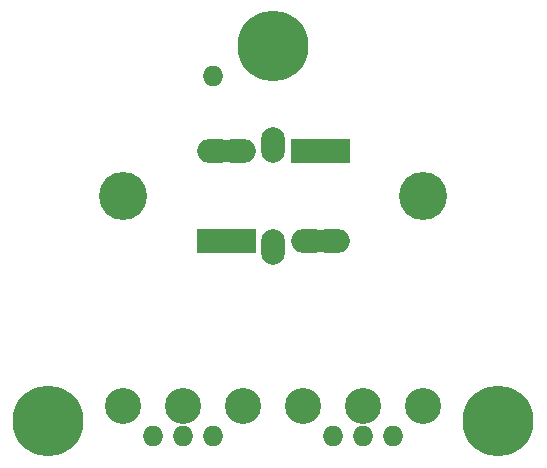
<source format=gts>
G04 (created by PCBNEW (2013-07-07 BZR 4022)-stable) date 3/25/2014 11:58:55 PM*
%MOIN*%
G04 Gerber Fmt 3.4, Leading zero omitted, Abs format*
%FSLAX34Y34*%
G01*
G70*
G90*
G04 APERTURE LIST*
%ADD10C,0.00590551*%
%ADD11C,0.16*%
%ADD12C,0.12*%
%ADD13R,0.1185X0.079*%
%ADD14O,0.079X0.1185*%
%ADD15O,0.1185X0.079*%
%ADD16O,0.069X0.069*%
%ADD17C,0.23622*%
G04 APERTURE END LIST*
G54D10*
G54D11*
X81000Y-51000D03*
X91000Y-51000D03*
G54D12*
X83000Y-58000D03*
X85000Y-58000D03*
X81000Y-58000D03*
X87000Y-58000D03*
X89000Y-58000D03*
X91000Y-58000D03*
G54D13*
X84802Y-52500D03*
G54D14*
X86000Y-52697D03*
G54D15*
X87197Y-52500D03*
G54D13*
X84047Y-52500D03*
G54D15*
X87952Y-52500D03*
G54D13*
X87197Y-49500D03*
G54D14*
X86000Y-49302D03*
G54D15*
X84802Y-49500D03*
G54D13*
X87952Y-49500D03*
G54D15*
X84047Y-49500D03*
G54D16*
X82000Y-59000D03*
X83000Y-59000D03*
X84000Y-59000D03*
X88000Y-59000D03*
X89000Y-59000D03*
X90000Y-59000D03*
G54D17*
X86000Y-46000D03*
X78500Y-58500D03*
X93500Y-58500D03*
G54D16*
X84000Y-47000D03*
M02*

</source>
